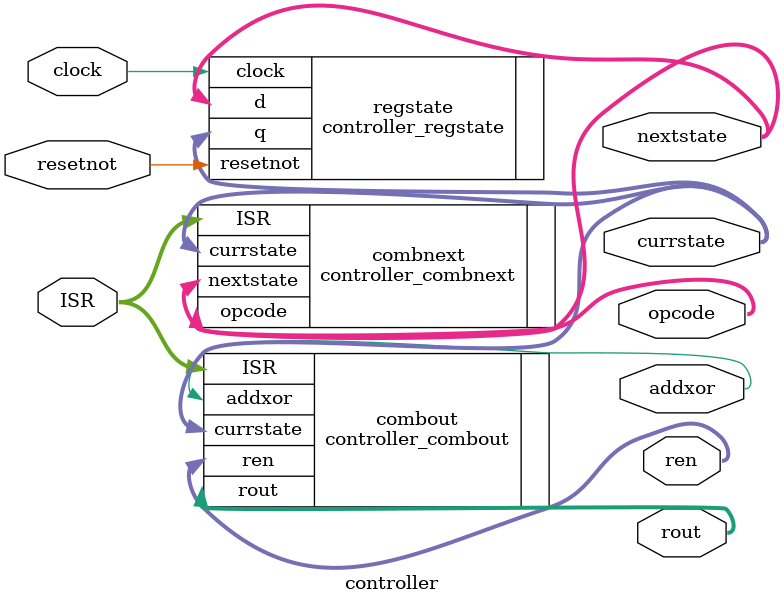
<source format=v>
module controller(clock, resetnot, ISR, rout, ren, addxor, currstate, nextstate, opcode);
	input clock, resetnot;

	// Received from datapath.
	input [7:0] ISR;

	// Send to datapath.
	output [15:0] rout, ren;
	output addxor;

	// Internal wires, made visible for debugging.
	output wire [1:0] opcode;
	output wire [3:0] currstate, nextstate;

	controller_combnext combnext(
		.currstate(currstate), 
		.ISR(ISR),

		.nextstate(nextstate),
		.opcode(opcode)
	);
	controller_combout combout(
		.currstate(currstate), 
		.ISR(ISR), 

		.rout(rout), 
		.ren(ren),
		.addxor(addxor)
	);
	controller_regstate regstate(
		.d(nextstate), 
		.q(currstate), 

		.clock(clock), 
		.resetnot(resetnot)
	);
endmodule
</source>
